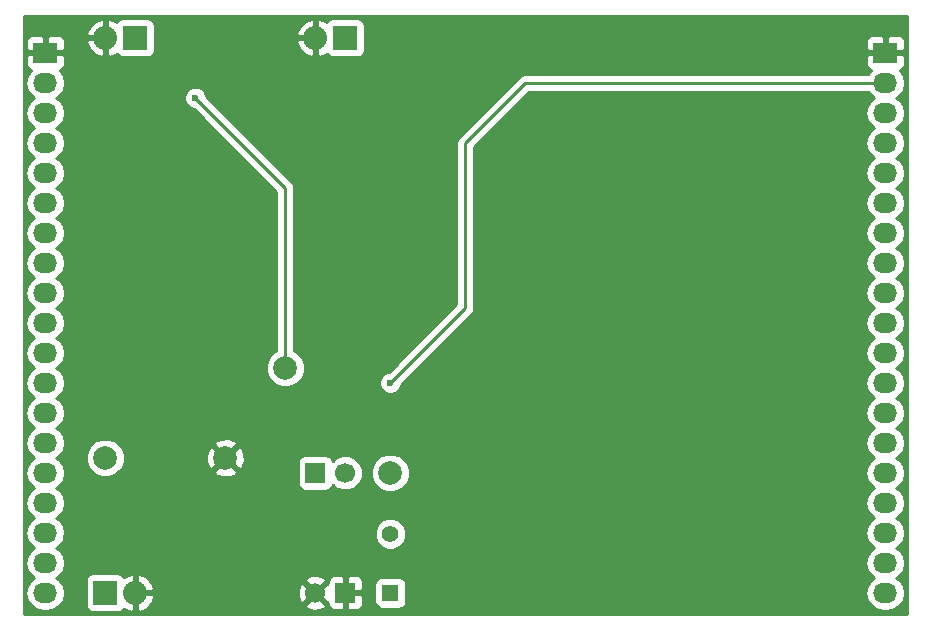
<source format=gbr>
G04 #@! TF.FileFunction,Copper,L2,Bot,Signal*
%FSLAX46Y46*%
G04 Gerber Fmt 4.6, Leading zero omitted, Abs format (unit mm)*
G04 Created by KiCad (PCBNEW 4.0.3+e1-6302~38~ubuntu16.04.1-stable) date Thu Aug 25 17:22:32 2016*
%MOMM*%
%LPD*%
G01*
G04 APERTURE LIST*
%ADD10C,0.100000*%
%ADD11R,1.400000X1.400000*%
%ADD12C,1.400000*%
%ADD13C,1.699260*%
%ADD14R,1.699260X1.699260*%
%ADD15R,2.032000X2.032000*%
%ADD16O,2.032000X2.032000*%
%ADD17C,1.998980*%
%ADD18C,2.000000*%
%ADD19R,2.032000X1.727200*%
%ADD20O,2.032000X1.727200*%
%ADD21C,0.600000*%
%ADD22C,0.250000*%
%ADD23C,0.254000*%
G04 APERTURE END LIST*
D10*
D11*
X102870000Y-124460000D03*
D12*
X102870000Y-119460000D03*
D13*
X96522540Y-124460520D03*
D14*
X96522540Y-114300520D03*
D13*
X99057460Y-114299480D03*
D14*
X99057460Y-124459480D03*
D15*
X78740000Y-124460000D03*
D16*
X81280000Y-124460000D03*
D15*
X81280000Y-77470000D03*
D16*
X78740000Y-77470000D03*
D15*
X99060000Y-77470000D03*
D16*
X96520000Y-77470000D03*
D17*
X78740000Y-113030000D03*
X88900000Y-113030000D03*
D18*
X102870000Y-114300000D03*
X93980000Y-105410000D03*
D19*
X73660000Y-78740000D03*
D20*
X73660000Y-81280000D03*
X73660000Y-83820000D03*
X73660000Y-86360000D03*
X73660000Y-88900000D03*
X73660000Y-91440000D03*
X73660000Y-93980000D03*
X73660000Y-96520000D03*
X73660000Y-99060000D03*
X73660000Y-101600000D03*
X73660000Y-104140000D03*
X73660000Y-106680000D03*
X73660000Y-109220000D03*
X73660000Y-111760000D03*
X73660000Y-114300000D03*
X73660000Y-116840000D03*
X73660000Y-119380000D03*
X73660000Y-121920000D03*
X73660000Y-124460000D03*
D19*
X144780000Y-78740000D03*
D20*
X144780000Y-81280000D03*
X144780000Y-83820000D03*
X144780000Y-86360000D03*
X144780000Y-88900000D03*
X144780000Y-91440000D03*
X144780000Y-93980000D03*
X144780000Y-96520000D03*
X144780000Y-99060000D03*
X144780000Y-101600000D03*
X144780000Y-104140000D03*
X144780000Y-106680000D03*
X144780000Y-109220000D03*
X144780000Y-111760000D03*
X144780000Y-114300000D03*
X144780000Y-116840000D03*
X144780000Y-119380000D03*
X144780000Y-121920000D03*
X144780000Y-124460000D03*
D21*
X86360000Y-82550000D03*
X102870000Y-106680000D03*
D22*
X93980000Y-105410000D02*
X93980000Y-90170000D01*
X93980000Y-90170000D02*
X86360000Y-82550000D01*
X144780000Y-81280000D02*
X114300000Y-81280000D01*
X102870000Y-106680000D02*
X109220000Y-100330000D01*
X109220000Y-100330000D02*
X109220000Y-86360000D01*
X109220000Y-86360000D02*
X114300000Y-81280000D01*
D23*
G36*
X146610000Y-126290000D02*
X71830000Y-126290000D01*
X71830000Y-81280000D01*
X71976655Y-81280000D01*
X72090729Y-81853489D01*
X72415585Y-82339670D01*
X72730366Y-82550000D01*
X72415585Y-82760330D01*
X72090729Y-83246511D01*
X71976655Y-83820000D01*
X72090729Y-84393489D01*
X72415585Y-84879670D01*
X72730366Y-85090000D01*
X72415585Y-85300330D01*
X72090729Y-85786511D01*
X71976655Y-86360000D01*
X72090729Y-86933489D01*
X72415585Y-87419670D01*
X72730366Y-87630000D01*
X72415585Y-87840330D01*
X72090729Y-88326511D01*
X71976655Y-88900000D01*
X72090729Y-89473489D01*
X72415585Y-89959670D01*
X72730366Y-90170000D01*
X72415585Y-90380330D01*
X72090729Y-90866511D01*
X71976655Y-91440000D01*
X72090729Y-92013489D01*
X72415585Y-92499670D01*
X72730366Y-92710000D01*
X72415585Y-92920330D01*
X72090729Y-93406511D01*
X71976655Y-93980000D01*
X72090729Y-94553489D01*
X72415585Y-95039670D01*
X72730366Y-95250000D01*
X72415585Y-95460330D01*
X72090729Y-95946511D01*
X71976655Y-96520000D01*
X72090729Y-97093489D01*
X72415585Y-97579670D01*
X72730366Y-97790000D01*
X72415585Y-98000330D01*
X72090729Y-98486511D01*
X71976655Y-99060000D01*
X72090729Y-99633489D01*
X72415585Y-100119670D01*
X72730366Y-100330000D01*
X72415585Y-100540330D01*
X72090729Y-101026511D01*
X71976655Y-101600000D01*
X72090729Y-102173489D01*
X72415585Y-102659670D01*
X72730366Y-102870000D01*
X72415585Y-103080330D01*
X72090729Y-103566511D01*
X71976655Y-104140000D01*
X72090729Y-104713489D01*
X72415585Y-105199670D01*
X72730366Y-105410000D01*
X72415585Y-105620330D01*
X72090729Y-106106511D01*
X71976655Y-106680000D01*
X72090729Y-107253489D01*
X72415585Y-107739670D01*
X72730366Y-107950000D01*
X72415585Y-108160330D01*
X72090729Y-108646511D01*
X71976655Y-109220000D01*
X72090729Y-109793489D01*
X72415585Y-110279670D01*
X72730366Y-110490000D01*
X72415585Y-110700330D01*
X72090729Y-111186511D01*
X71976655Y-111760000D01*
X72090729Y-112333489D01*
X72415585Y-112819670D01*
X72730366Y-113030000D01*
X72415585Y-113240330D01*
X72090729Y-113726511D01*
X71976655Y-114300000D01*
X72090729Y-114873489D01*
X72415585Y-115359670D01*
X72730366Y-115570000D01*
X72415585Y-115780330D01*
X72090729Y-116266511D01*
X71976655Y-116840000D01*
X72090729Y-117413489D01*
X72415585Y-117899670D01*
X72730366Y-118110000D01*
X72415585Y-118320330D01*
X72090729Y-118806511D01*
X71976655Y-119380000D01*
X72090729Y-119953489D01*
X72415585Y-120439670D01*
X72730366Y-120650000D01*
X72415585Y-120860330D01*
X72090729Y-121346511D01*
X71976655Y-121920000D01*
X72090729Y-122493489D01*
X72415585Y-122979670D01*
X72730366Y-123190000D01*
X72415585Y-123400330D01*
X72090729Y-123886511D01*
X71976655Y-124460000D01*
X72090729Y-125033489D01*
X72415585Y-125519670D01*
X72901766Y-125844526D01*
X73475255Y-125958600D01*
X73844745Y-125958600D01*
X74418234Y-125844526D01*
X74904415Y-125519670D01*
X75229271Y-125033489D01*
X75343345Y-124460000D01*
X75229271Y-123886511D01*
X74933595Y-123444000D01*
X77076560Y-123444000D01*
X77076560Y-125476000D01*
X77120838Y-125711317D01*
X77259910Y-125927441D01*
X77472110Y-126072431D01*
X77724000Y-126123440D01*
X79756000Y-126123440D01*
X79991317Y-126079162D01*
X80207441Y-125940090D01*
X80307856Y-125793128D01*
X80311621Y-125797188D01*
X80897054Y-126065983D01*
X81153000Y-125947367D01*
X81153000Y-124587000D01*
X81407000Y-124587000D01*
X81407000Y-125947367D01*
X81662946Y-126065983D01*
X82248379Y-125797188D01*
X82520043Y-125504210D01*
X95658455Y-125504210D01*
X95738682Y-125755473D01*
X96293907Y-125956870D01*
X96883939Y-125930461D01*
X97306398Y-125755473D01*
X97386625Y-125504210D01*
X96522540Y-124640125D01*
X95658455Y-125504210D01*
X82520043Y-125504210D01*
X82686385Y-125324818D01*
X82885975Y-124842944D01*
X82766836Y-124587000D01*
X81407000Y-124587000D01*
X81153000Y-124587000D01*
X81133000Y-124587000D01*
X81133000Y-124333000D01*
X81153000Y-124333000D01*
X81153000Y-122972633D01*
X81407000Y-122972633D01*
X81407000Y-124333000D01*
X82766836Y-124333000D01*
X82813902Y-124231887D01*
X95026190Y-124231887D01*
X95052599Y-124821919D01*
X95227587Y-125244378D01*
X95478850Y-125324605D01*
X96342935Y-124460520D01*
X96702145Y-124460520D01*
X97566230Y-125324605D01*
X97572830Y-125322498D01*
X97572830Y-125435419D01*
X97669503Y-125668808D01*
X97848131Y-125847437D01*
X98081520Y-125944110D01*
X98771710Y-125944110D01*
X98930460Y-125785360D01*
X98930460Y-124586480D01*
X99184460Y-124586480D01*
X99184460Y-125785360D01*
X99343210Y-125944110D01*
X100033400Y-125944110D01*
X100266789Y-125847437D01*
X100445417Y-125668808D01*
X100542090Y-125435419D01*
X100542090Y-124745230D01*
X100383340Y-124586480D01*
X99184460Y-124586480D01*
X98930460Y-124586480D01*
X98910460Y-124586480D01*
X98910460Y-124332480D01*
X98930460Y-124332480D01*
X98930460Y-123133600D01*
X99184460Y-123133600D01*
X99184460Y-124332480D01*
X100383340Y-124332480D01*
X100542090Y-124173730D01*
X100542090Y-123760000D01*
X101522560Y-123760000D01*
X101522560Y-125160000D01*
X101566838Y-125395317D01*
X101705910Y-125611441D01*
X101918110Y-125756431D01*
X102170000Y-125807440D01*
X103570000Y-125807440D01*
X103805317Y-125763162D01*
X104021441Y-125624090D01*
X104166431Y-125411890D01*
X104217440Y-125160000D01*
X104217440Y-123760000D01*
X104173162Y-123524683D01*
X104034090Y-123308559D01*
X103821890Y-123163569D01*
X103570000Y-123112560D01*
X102170000Y-123112560D01*
X101934683Y-123156838D01*
X101718559Y-123295910D01*
X101573569Y-123508110D01*
X101522560Y-123760000D01*
X100542090Y-123760000D01*
X100542090Y-123483541D01*
X100445417Y-123250152D01*
X100266789Y-123071523D01*
X100033400Y-122974850D01*
X99343210Y-122974850D01*
X99184460Y-123133600D01*
X98930460Y-123133600D01*
X98771710Y-122974850D01*
X98081520Y-122974850D01*
X97848131Y-123071523D01*
X97669503Y-123250152D01*
X97572830Y-123483541D01*
X97572830Y-123598542D01*
X97566230Y-123596435D01*
X96702145Y-124460520D01*
X96342935Y-124460520D01*
X95478850Y-123596435D01*
X95227587Y-123676662D01*
X95026190Y-124231887D01*
X82813902Y-124231887D01*
X82885975Y-124077056D01*
X82686385Y-123595182D01*
X82521008Y-123416830D01*
X95658455Y-123416830D01*
X96522540Y-124280915D01*
X97386625Y-123416830D01*
X97306398Y-123165567D01*
X96751173Y-122964170D01*
X96161141Y-122990579D01*
X95738682Y-123165567D01*
X95658455Y-123416830D01*
X82521008Y-123416830D01*
X82248379Y-123122812D01*
X81662946Y-122854017D01*
X81407000Y-122972633D01*
X81153000Y-122972633D01*
X80897054Y-122854017D01*
X80311621Y-123122812D01*
X80307066Y-123127724D01*
X80220090Y-122992559D01*
X80007890Y-122847569D01*
X79756000Y-122796560D01*
X77724000Y-122796560D01*
X77488683Y-122840838D01*
X77272559Y-122979910D01*
X77127569Y-123192110D01*
X77076560Y-123444000D01*
X74933595Y-123444000D01*
X74904415Y-123400330D01*
X74589634Y-123190000D01*
X74904415Y-122979670D01*
X75229271Y-122493489D01*
X75343345Y-121920000D01*
X75229271Y-121346511D01*
X74904415Y-120860330D01*
X74589634Y-120650000D01*
X74904415Y-120439670D01*
X75229271Y-119953489D01*
X75274842Y-119724383D01*
X101534769Y-119724383D01*
X101737582Y-120215229D01*
X102112796Y-120591098D01*
X102603287Y-120794768D01*
X103134383Y-120795231D01*
X103625229Y-120592418D01*
X104001098Y-120217204D01*
X104204768Y-119726713D01*
X104205231Y-119195617D01*
X104002418Y-118704771D01*
X103627204Y-118328902D01*
X103136713Y-118125232D01*
X102605617Y-118124769D01*
X102114771Y-118327582D01*
X101738902Y-118702796D01*
X101535232Y-119193287D01*
X101534769Y-119724383D01*
X75274842Y-119724383D01*
X75343345Y-119380000D01*
X75229271Y-118806511D01*
X74904415Y-118320330D01*
X74589634Y-118110000D01*
X74904415Y-117899670D01*
X75229271Y-117413489D01*
X75343345Y-116840000D01*
X75229271Y-116266511D01*
X74904415Y-115780330D01*
X74589634Y-115570000D01*
X74904415Y-115359670D01*
X75229271Y-114873489D01*
X75343345Y-114300000D01*
X75229271Y-113726511D01*
X74980163Y-113353694D01*
X77105226Y-113353694D01*
X77353538Y-113954655D01*
X77812927Y-114414846D01*
X78413453Y-114664206D01*
X79063694Y-114664774D01*
X79664655Y-114416462D01*
X79899363Y-114182163D01*
X87927443Y-114182163D01*
X88026042Y-114448965D01*
X88635582Y-114675401D01*
X89285377Y-114651341D01*
X89773958Y-114448965D01*
X89872557Y-114182163D01*
X88900000Y-113209605D01*
X87927443Y-114182163D01*
X79899363Y-114182163D01*
X80124846Y-113957073D01*
X80374206Y-113356547D01*
X80374722Y-112765582D01*
X87254599Y-112765582D01*
X87278659Y-113415377D01*
X87481035Y-113903958D01*
X87747837Y-114002557D01*
X88720395Y-113030000D01*
X89079605Y-113030000D01*
X90052163Y-114002557D01*
X90318965Y-113903958D01*
X90487273Y-113450890D01*
X95025470Y-113450890D01*
X95025470Y-115150150D01*
X95069748Y-115385467D01*
X95208820Y-115601591D01*
X95421020Y-115746581D01*
X95672910Y-115797590D01*
X97372170Y-115797590D01*
X97607487Y-115753312D01*
X97823611Y-115614240D01*
X97968601Y-115402040D01*
X97984073Y-115325637D01*
X98215386Y-115557354D01*
X98760853Y-115783852D01*
X99351476Y-115784368D01*
X99897337Y-115558822D01*
X100315334Y-115141554D01*
X100530326Y-114623795D01*
X101234716Y-114623795D01*
X101483106Y-115224943D01*
X101942637Y-115685278D01*
X102543352Y-115934716D01*
X103193795Y-115935284D01*
X103794943Y-115686894D01*
X104255278Y-115227363D01*
X104504716Y-114626648D01*
X104505284Y-113976205D01*
X104256894Y-113375057D01*
X103797363Y-112914722D01*
X103196648Y-112665284D01*
X102546205Y-112664716D01*
X101945057Y-112913106D01*
X101484722Y-113372637D01*
X101235284Y-113973352D01*
X101234716Y-114623795D01*
X100530326Y-114623795D01*
X100541832Y-114596087D01*
X100542348Y-114005464D01*
X100316802Y-113459603D01*
X99899534Y-113041606D01*
X99354067Y-112815108D01*
X98763444Y-112814592D01*
X98217583Y-113040138D01*
X97985849Y-113271468D01*
X97975332Y-113215573D01*
X97836260Y-112999449D01*
X97624060Y-112854459D01*
X97372170Y-112803450D01*
X95672910Y-112803450D01*
X95437593Y-112847728D01*
X95221469Y-112986800D01*
X95076479Y-113199000D01*
X95025470Y-113450890D01*
X90487273Y-113450890D01*
X90545401Y-113294418D01*
X90521341Y-112644623D01*
X90318965Y-112156042D01*
X90052163Y-112057443D01*
X89079605Y-113030000D01*
X88720395Y-113030000D01*
X87747837Y-112057443D01*
X87481035Y-112156042D01*
X87254599Y-112765582D01*
X80374722Y-112765582D01*
X80374774Y-112706306D01*
X80126462Y-112105345D01*
X79899351Y-111877837D01*
X87927443Y-111877837D01*
X88900000Y-112850395D01*
X89872557Y-111877837D01*
X89773958Y-111611035D01*
X89164418Y-111384599D01*
X88514623Y-111408659D01*
X88026042Y-111611035D01*
X87927443Y-111877837D01*
X79899351Y-111877837D01*
X79667073Y-111645154D01*
X79066547Y-111395794D01*
X78416306Y-111395226D01*
X77815345Y-111643538D01*
X77355154Y-112102927D01*
X77105794Y-112703453D01*
X77105226Y-113353694D01*
X74980163Y-113353694D01*
X74904415Y-113240330D01*
X74589634Y-113030000D01*
X74904415Y-112819670D01*
X75229271Y-112333489D01*
X75343345Y-111760000D01*
X75229271Y-111186511D01*
X74904415Y-110700330D01*
X74589634Y-110490000D01*
X74904415Y-110279670D01*
X75229271Y-109793489D01*
X75343345Y-109220000D01*
X75229271Y-108646511D01*
X74904415Y-108160330D01*
X74589634Y-107950000D01*
X74904415Y-107739670D01*
X75229271Y-107253489D01*
X75343345Y-106680000D01*
X75229271Y-106106511D01*
X74904415Y-105620330D01*
X74589634Y-105410000D01*
X74904415Y-105199670D01*
X75229271Y-104713489D01*
X75343345Y-104140000D01*
X75229271Y-103566511D01*
X74904415Y-103080330D01*
X74589634Y-102870000D01*
X74904415Y-102659670D01*
X75229271Y-102173489D01*
X75343345Y-101600000D01*
X75229271Y-101026511D01*
X74904415Y-100540330D01*
X74589634Y-100330000D01*
X74904415Y-100119670D01*
X75229271Y-99633489D01*
X75343345Y-99060000D01*
X75229271Y-98486511D01*
X74904415Y-98000330D01*
X74589634Y-97790000D01*
X74904415Y-97579670D01*
X75229271Y-97093489D01*
X75343345Y-96520000D01*
X75229271Y-95946511D01*
X74904415Y-95460330D01*
X74589634Y-95250000D01*
X74904415Y-95039670D01*
X75229271Y-94553489D01*
X75343345Y-93980000D01*
X75229271Y-93406511D01*
X74904415Y-92920330D01*
X74589634Y-92710000D01*
X74904415Y-92499670D01*
X75229271Y-92013489D01*
X75343345Y-91440000D01*
X75229271Y-90866511D01*
X74904415Y-90380330D01*
X74589634Y-90170000D01*
X74904415Y-89959670D01*
X75229271Y-89473489D01*
X75343345Y-88900000D01*
X75229271Y-88326511D01*
X74904415Y-87840330D01*
X74589634Y-87630000D01*
X74904415Y-87419670D01*
X75229271Y-86933489D01*
X75343345Y-86360000D01*
X75229271Y-85786511D01*
X74904415Y-85300330D01*
X74589634Y-85090000D01*
X74904415Y-84879670D01*
X75229271Y-84393489D01*
X75343345Y-83820000D01*
X75229271Y-83246511D01*
X74904415Y-82760330D01*
X74866756Y-82735167D01*
X85424838Y-82735167D01*
X85566883Y-83078943D01*
X85829673Y-83342192D01*
X86173201Y-83484838D01*
X86220077Y-83484879D01*
X93220000Y-90484802D01*
X93220000Y-103954953D01*
X93055057Y-104023106D01*
X92594722Y-104482637D01*
X92345284Y-105083352D01*
X92344716Y-105733795D01*
X92593106Y-106334943D01*
X93052637Y-106795278D01*
X93653352Y-107044716D01*
X94303795Y-107045284D01*
X94739710Y-106865167D01*
X101934838Y-106865167D01*
X102076883Y-107208943D01*
X102339673Y-107472192D01*
X102683201Y-107614838D01*
X103055167Y-107615162D01*
X103398943Y-107473117D01*
X103662192Y-107210327D01*
X103804838Y-106866799D01*
X103804879Y-106819923D01*
X109757401Y-100867401D01*
X109922148Y-100620839D01*
X109980000Y-100330000D01*
X109980000Y-86674802D01*
X114614802Y-82040000D01*
X143335352Y-82040000D01*
X143535585Y-82339670D01*
X143850366Y-82550000D01*
X143535585Y-82760330D01*
X143210729Y-83246511D01*
X143096655Y-83820000D01*
X143210729Y-84393489D01*
X143535585Y-84879670D01*
X143850366Y-85090000D01*
X143535585Y-85300330D01*
X143210729Y-85786511D01*
X143096655Y-86360000D01*
X143210729Y-86933489D01*
X143535585Y-87419670D01*
X143850366Y-87630000D01*
X143535585Y-87840330D01*
X143210729Y-88326511D01*
X143096655Y-88900000D01*
X143210729Y-89473489D01*
X143535585Y-89959670D01*
X143850366Y-90170000D01*
X143535585Y-90380330D01*
X143210729Y-90866511D01*
X143096655Y-91440000D01*
X143210729Y-92013489D01*
X143535585Y-92499670D01*
X143850366Y-92710000D01*
X143535585Y-92920330D01*
X143210729Y-93406511D01*
X143096655Y-93980000D01*
X143210729Y-94553489D01*
X143535585Y-95039670D01*
X143850366Y-95250000D01*
X143535585Y-95460330D01*
X143210729Y-95946511D01*
X143096655Y-96520000D01*
X143210729Y-97093489D01*
X143535585Y-97579670D01*
X143850366Y-97790000D01*
X143535585Y-98000330D01*
X143210729Y-98486511D01*
X143096655Y-99060000D01*
X143210729Y-99633489D01*
X143535585Y-100119670D01*
X143850366Y-100330000D01*
X143535585Y-100540330D01*
X143210729Y-101026511D01*
X143096655Y-101600000D01*
X143210729Y-102173489D01*
X143535585Y-102659670D01*
X143850366Y-102870000D01*
X143535585Y-103080330D01*
X143210729Y-103566511D01*
X143096655Y-104140000D01*
X143210729Y-104713489D01*
X143535585Y-105199670D01*
X143850366Y-105410000D01*
X143535585Y-105620330D01*
X143210729Y-106106511D01*
X143096655Y-106680000D01*
X143210729Y-107253489D01*
X143535585Y-107739670D01*
X143850366Y-107950000D01*
X143535585Y-108160330D01*
X143210729Y-108646511D01*
X143096655Y-109220000D01*
X143210729Y-109793489D01*
X143535585Y-110279670D01*
X143850366Y-110490000D01*
X143535585Y-110700330D01*
X143210729Y-111186511D01*
X143096655Y-111760000D01*
X143210729Y-112333489D01*
X143535585Y-112819670D01*
X143850366Y-113030000D01*
X143535585Y-113240330D01*
X143210729Y-113726511D01*
X143096655Y-114300000D01*
X143210729Y-114873489D01*
X143535585Y-115359670D01*
X143850366Y-115570000D01*
X143535585Y-115780330D01*
X143210729Y-116266511D01*
X143096655Y-116840000D01*
X143210729Y-117413489D01*
X143535585Y-117899670D01*
X143850366Y-118110000D01*
X143535585Y-118320330D01*
X143210729Y-118806511D01*
X143096655Y-119380000D01*
X143210729Y-119953489D01*
X143535585Y-120439670D01*
X143850366Y-120650000D01*
X143535585Y-120860330D01*
X143210729Y-121346511D01*
X143096655Y-121920000D01*
X143210729Y-122493489D01*
X143535585Y-122979670D01*
X143850366Y-123190000D01*
X143535585Y-123400330D01*
X143210729Y-123886511D01*
X143096655Y-124460000D01*
X143210729Y-125033489D01*
X143535585Y-125519670D01*
X144021766Y-125844526D01*
X144595255Y-125958600D01*
X144964745Y-125958600D01*
X145538234Y-125844526D01*
X146024415Y-125519670D01*
X146349271Y-125033489D01*
X146463345Y-124460000D01*
X146349271Y-123886511D01*
X146024415Y-123400330D01*
X145709634Y-123190000D01*
X146024415Y-122979670D01*
X146349271Y-122493489D01*
X146463345Y-121920000D01*
X146349271Y-121346511D01*
X146024415Y-120860330D01*
X145709634Y-120650000D01*
X146024415Y-120439670D01*
X146349271Y-119953489D01*
X146463345Y-119380000D01*
X146349271Y-118806511D01*
X146024415Y-118320330D01*
X145709634Y-118110000D01*
X146024415Y-117899670D01*
X146349271Y-117413489D01*
X146463345Y-116840000D01*
X146349271Y-116266511D01*
X146024415Y-115780330D01*
X145709634Y-115570000D01*
X146024415Y-115359670D01*
X146349271Y-114873489D01*
X146463345Y-114300000D01*
X146349271Y-113726511D01*
X146024415Y-113240330D01*
X145709634Y-113030000D01*
X146024415Y-112819670D01*
X146349271Y-112333489D01*
X146463345Y-111760000D01*
X146349271Y-111186511D01*
X146024415Y-110700330D01*
X145709634Y-110490000D01*
X146024415Y-110279670D01*
X146349271Y-109793489D01*
X146463345Y-109220000D01*
X146349271Y-108646511D01*
X146024415Y-108160330D01*
X145709634Y-107950000D01*
X146024415Y-107739670D01*
X146349271Y-107253489D01*
X146463345Y-106680000D01*
X146349271Y-106106511D01*
X146024415Y-105620330D01*
X145709634Y-105410000D01*
X146024415Y-105199670D01*
X146349271Y-104713489D01*
X146463345Y-104140000D01*
X146349271Y-103566511D01*
X146024415Y-103080330D01*
X145709634Y-102870000D01*
X146024415Y-102659670D01*
X146349271Y-102173489D01*
X146463345Y-101600000D01*
X146349271Y-101026511D01*
X146024415Y-100540330D01*
X145709634Y-100330000D01*
X146024415Y-100119670D01*
X146349271Y-99633489D01*
X146463345Y-99060000D01*
X146349271Y-98486511D01*
X146024415Y-98000330D01*
X145709634Y-97790000D01*
X146024415Y-97579670D01*
X146349271Y-97093489D01*
X146463345Y-96520000D01*
X146349271Y-95946511D01*
X146024415Y-95460330D01*
X145709634Y-95250000D01*
X146024415Y-95039670D01*
X146349271Y-94553489D01*
X146463345Y-93980000D01*
X146349271Y-93406511D01*
X146024415Y-92920330D01*
X145709634Y-92710000D01*
X146024415Y-92499670D01*
X146349271Y-92013489D01*
X146463345Y-91440000D01*
X146349271Y-90866511D01*
X146024415Y-90380330D01*
X145709634Y-90170000D01*
X146024415Y-89959670D01*
X146349271Y-89473489D01*
X146463345Y-88900000D01*
X146349271Y-88326511D01*
X146024415Y-87840330D01*
X145709634Y-87630000D01*
X146024415Y-87419670D01*
X146349271Y-86933489D01*
X146463345Y-86360000D01*
X146349271Y-85786511D01*
X146024415Y-85300330D01*
X145709634Y-85090000D01*
X146024415Y-84879670D01*
X146349271Y-84393489D01*
X146463345Y-83820000D01*
X146349271Y-83246511D01*
X146024415Y-82760330D01*
X145709634Y-82550000D01*
X146024415Y-82339670D01*
X146349271Y-81853489D01*
X146463345Y-81280000D01*
X146349271Y-80706511D01*
X146024415Y-80220330D01*
X146002220Y-80205500D01*
X146155699Y-80141927D01*
X146334327Y-79963298D01*
X146431000Y-79729909D01*
X146431000Y-79025750D01*
X146272250Y-78867000D01*
X144907000Y-78867000D01*
X144907000Y-78887000D01*
X144653000Y-78887000D01*
X144653000Y-78867000D01*
X143287750Y-78867000D01*
X143129000Y-79025750D01*
X143129000Y-79729909D01*
X143225673Y-79963298D01*
X143404301Y-80141927D01*
X143557780Y-80205500D01*
X143535585Y-80220330D01*
X143335352Y-80520000D01*
X114300000Y-80520000D01*
X114009161Y-80577852D01*
X113762599Y-80742599D01*
X108682599Y-85822599D01*
X108517852Y-86069161D01*
X108460000Y-86360000D01*
X108460000Y-100015198D01*
X102730320Y-105744878D01*
X102684833Y-105744838D01*
X102341057Y-105886883D01*
X102077808Y-106149673D01*
X101935162Y-106493201D01*
X101934838Y-106865167D01*
X94739710Y-106865167D01*
X94904943Y-106796894D01*
X95365278Y-106337363D01*
X95614716Y-105736648D01*
X95615284Y-105086205D01*
X95366894Y-104485057D01*
X94907363Y-104024722D01*
X94740000Y-103955227D01*
X94740000Y-90170000D01*
X94717219Y-90055474D01*
X94682148Y-89879160D01*
X94517401Y-89632599D01*
X87295122Y-82410320D01*
X87295162Y-82364833D01*
X87153117Y-82021057D01*
X86890327Y-81757808D01*
X86546799Y-81615162D01*
X86174833Y-81614838D01*
X85831057Y-81756883D01*
X85567808Y-82019673D01*
X85425162Y-82363201D01*
X85424838Y-82735167D01*
X74866756Y-82735167D01*
X74589634Y-82550000D01*
X74904415Y-82339670D01*
X75229271Y-81853489D01*
X75343345Y-81280000D01*
X75229271Y-80706511D01*
X74904415Y-80220330D01*
X74882220Y-80205500D01*
X75035699Y-80141927D01*
X75214327Y-79963298D01*
X75311000Y-79729909D01*
X75311000Y-79025750D01*
X75152250Y-78867000D01*
X73787000Y-78867000D01*
X73787000Y-78887000D01*
X73533000Y-78887000D01*
X73533000Y-78867000D01*
X72167750Y-78867000D01*
X72009000Y-79025750D01*
X72009000Y-79729909D01*
X72105673Y-79963298D01*
X72284301Y-80141927D01*
X72437780Y-80205500D01*
X72415585Y-80220330D01*
X72090729Y-80706511D01*
X71976655Y-81280000D01*
X71830000Y-81280000D01*
X71830000Y-77750091D01*
X72009000Y-77750091D01*
X72009000Y-78454250D01*
X72167750Y-78613000D01*
X73533000Y-78613000D01*
X73533000Y-77400150D01*
X73787000Y-77400150D01*
X73787000Y-78613000D01*
X75152250Y-78613000D01*
X75311000Y-78454250D01*
X75311000Y-77852944D01*
X77134025Y-77852944D01*
X77333615Y-78334818D01*
X77771621Y-78807188D01*
X78357054Y-79075983D01*
X78613000Y-78957367D01*
X78613000Y-77597000D01*
X77253164Y-77597000D01*
X77134025Y-77852944D01*
X75311000Y-77852944D01*
X75311000Y-77750091D01*
X75214327Y-77516702D01*
X75035699Y-77338073D01*
X74802310Y-77241400D01*
X73945750Y-77241400D01*
X73787000Y-77400150D01*
X73533000Y-77400150D01*
X73374250Y-77241400D01*
X72517690Y-77241400D01*
X72284301Y-77338073D01*
X72105673Y-77516702D01*
X72009000Y-77750091D01*
X71830000Y-77750091D01*
X71830000Y-77087056D01*
X77134025Y-77087056D01*
X77253164Y-77343000D01*
X78613000Y-77343000D01*
X78613000Y-75982633D01*
X78867000Y-75982633D01*
X78867000Y-77343000D01*
X78887000Y-77343000D01*
X78887000Y-77597000D01*
X78867000Y-77597000D01*
X78867000Y-78957367D01*
X79122946Y-79075983D01*
X79708379Y-78807188D01*
X79712934Y-78802276D01*
X79799910Y-78937441D01*
X80012110Y-79082431D01*
X80264000Y-79133440D01*
X82296000Y-79133440D01*
X82531317Y-79089162D01*
X82747441Y-78950090D01*
X82892431Y-78737890D01*
X82943440Y-78486000D01*
X82943440Y-77852944D01*
X94914025Y-77852944D01*
X95113615Y-78334818D01*
X95551621Y-78807188D01*
X96137054Y-79075983D01*
X96393000Y-78957367D01*
X96393000Y-77597000D01*
X95033164Y-77597000D01*
X94914025Y-77852944D01*
X82943440Y-77852944D01*
X82943440Y-77087056D01*
X94914025Y-77087056D01*
X95033164Y-77343000D01*
X96393000Y-77343000D01*
X96393000Y-75982633D01*
X96647000Y-75982633D01*
X96647000Y-77343000D01*
X96667000Y-77343000D01*
X96667000Y-77597000D01*
X96647000Y-77597000D01*
X96647000Y-78957367D01*
X96902946Y-79075983D01*
X97488379Y-78807188D01*
X97492934Y-78802276D01*
X97579910Y-78937441D01*
X97792110Y-79082431D01*
X98044000Y-79133440D01*
X100076000Y-79133440D01*
X100311317Y-79089162D01*
X100527441Y-78950090D01*
X100672431Y-78737890D01*
X100723440Y-78486000D01*
X100723440Y-77750091D01*
X143129000Y-77750091D01*
X143129000Y-78454250D01*
X143287750Y-78613000D01*
X144653000Y-78613000D01*
X144653000Y-77400150D01*
X144907000Y-77400150D01*
X144907000Y-78613000D01*
X146272250Y-78613000D01*
X146431000Y-78454250D01*
X146431000Y-77750091D01*
X146334327Y-77516702D01*
X146155699Y-77338073D01*
X145922310Y-77241400D01*
X145065750Y-77241400D01*
X144907000Y-77400150D01*
X144653000Y-77400150D01*
X144494250Y-77241400D01*
X143637690Y-77241400D01*
X143404301Y-77338073D01*
X143225673Y-77516702D01*
X143129000Y-77750091D01*
X100723440Y-77750091D01*
X100723440Y-76454000D01*
X100679162Y-76218683D01*
X100540090Y-76002559D01*
X100327890Y-75857569D01*
X100076000Y-75806560D01*
X98044000Y-75806560D01*
X97808683Y-75850838D01*
X97592559Y-75989910D01*
X97492144Y-76136872D01*
X97488379Y-76132812D01*
X96902946Y-75864017D01*
X96647000Y-75982633D01*
X96393000Y-75982633D01*
X96137054Y-75864017D01*
X95551621Y-76132812D01*
X95113615Y-76605182D01*
X94914025Y-77087056D01*
X82943440Y-77087056D01*
X82943440Y-76454000D01*
X82899162Y-76218683D01*
X82760090Y-76002559D01*
X82547890Y-75857569D01*
X82296000Y-75806560D01*
X80264000Y-75806560D01*
X80028683Y-75850838D01*
X79812559Y-75989910D01*
X79712144Y-76136872D01*
X79708379Y-76132812D01*
X79122946Y-75864017D01*
X78867000Y-75982633D01*
X78613000Y-75982633D01*
X78357054Y-75864017D01*
X77771621Y-76132812D01*
X77333615Y-76605182D01*
X77134025Y-77087056D01*
X71830000Y-77087056D01*
X71830000Y-75640000D01*
X146610000Y-75640000D01*
X146610000Y-126290000D01*
X146610000Y-126290000D01*
G37*
X146610000Y-126290000D02*
X71830000Y-126290000D01*
X71830000Y-81280000D01*
X71976655Y-81280000D01*
X72090729Y-81853489D01*
X72415585Y-82339670D01*
X72730366Y-82550000D01*
X72415585Y-82760330D01*
X72090729Y-83246511D01*
X71976655Y-83820000D01*
X72090729Y-84393489D01*
X72415585Y-84879670D01*
X72730366Y-85090000D01*
X72415585Y-85300330D01*
X72090729Y-85786511D01*
X71976655Y-86360000D01*
X72090729Y-86933489D01*
X72415585Y-87419670D01*
X72730366Y-87630000D01*
X72415585Y-87840330D01*
X72090729Y-88326511D01*
X71976655Y-88900000D01*
X72090729Y-89473489D01*
X72415585Y-89959670D01*
X72730366Y-90170000D01*
X72415585Y-90380330D01*
X72090729Y-90866511D01*
X71976655Y-91440000D01*
X72090729Y-92013489D01*
X72415585Y-92499670D01*
X72730366Y-92710000D01*
X72415585Y-92920330D01*
X72090729Y-93406511D01*
X71976655Y-93980000D01*
X72090729Y-94553489D01*
X72415585Y-95039670D01*
X72730366Y-95250000D01*
X72415585Y-95460330D01*
X72090729Y-95946511D01*
X71976655Y-96520000D01*
X72090729Y-97093489D01*
X72415585Y-97579670D01*
X72730366Y-97790000D01*
X72415585Y-98000330D01*
X72090729Y-98486511D01*
X71976655Y-99060000D01*
X72090729Y-99633489D01*
X72415585Y-100119670D01*
X72730366Y-100330000D01*
X72415585Y-100540330D01*
X72090729Y-101026511D01*
X71976655Y-101600000D01*
X72090729Y-102173489D01*
X72415585Y-102659670D01*
X72730366Y-102870000D01*
X72415585Y-103080330D01*
X72090729Y-103566511D01*
X71976655Y-104140000D01*
X72090729Y-104713489D01*
X72415585Y-105199670D01*
X72730366Y-105410000D01*
X72415585Y-105620330D01*
X72090729Y-106106511D01*
X71976655Y-106680000D01*
X72090729Y-107253489D01*
X72415585Y-107739670D01*
X72730366Y-107950000D01*
X72415585Y-108160330D01*
X72090729Y-108646511D01*
X71976655Y-109220000D01*
X72090729Y-109793489D01*
X72415585Y-110279670D01*
X72730366Y-110490000D01*
X72415585Y-110700330D01*
X72090729Y-111186511D01*
X71976655Y-111760000D01*
X72090729Y-112333489D01*
X72415585Y-112819670D01*
X72730366Y-113030000D01*
X72415585Y-113240330D01*
X72090729Y-113726511D01*
X71976655Y-114300000D01*
X72090729Y-114873489D01*
X72415585Y-115359670D01*
X72730366Y-115570000D01*
X72415585Y-115780330D01*
X72090729Y-116266511D01*
X71976655Y-116840000D01*
X72090729Y-117413489D01*
X72415585Y-117899670D01*
X72730366Y-118110000D01*
X72415585Y-118320330D01*
X72090729Y-118806511D01*
X71976655Y-119380000D01*
X72090729Y-119953489D01*
X72415585Y-120439670D01*
X72730366Y-120650000D01*
X72415585Y-120860330D01*
X72090729Y-121346511D01*
X71976655Y-121920000D01*
X72090729Y-122493489D01*
X72415585Y-122979670D01*
X72730366Y-123190000D01*
X72415585Y-123400330D01*
X72090729Y-123886511D01*
X71976655Y-124460000D01*
X72090729Y-125033489D01*
X72415585Y-125519670D01*
X72901766Y-125844526D01*
X73475255Y-125958600D01*
X73844745Y-125958600D01*
X74418234Y-125844526D01*
X74904415Y-125519670D01*
X75229271Y-125033489D01*
X75343345Y-124460000D01*
X75229271Y-123886511D01*
X74933595Y-123444000D01*
X77076560Y-123444000D01*
X77076560Y-125476000D01*
X77120838Y-125711317D01*
X77259910Y-125927441D01*
X77472110Y-126072431D01*
X77724000Y-126123440D01*
X79756000Y-126123440D01*
X79991317Y-126079162D01*
X80207441Y-125940090D01*
X80307856Y-125793128D01*
X80311621Y-125797188D01*
X80897054Y-126065983D01*
X81153000Y-125947367D01*
X81153000Y-124587000D01*
X81407000Y-124587000D01*
X81407000Y-125947367D01*
X81662946Y-126065983D01*
X82248379Y-125797188D01*
X82520043Y-125504210D01*
X95658455Y-125504210D01*
X95738682Y-125755473D01*
X96293907Y-125956870D01*
X96883939Y-125930461D01*
X97306398Y-125755473D01*
X97386625Y-125504210D01*
X96522540Y-124640125D01*
X95658455Y-125504210D01*
X82520043Y-125504210D01*
X82686385Y-125324818D01*
X82885975Y-124842944D01*
X82766836Y-124587000D01*
X81407000Y-124587000D01*
X81153000Y-124587000D01*
X81133000Y-124587000D01*
X81133000Y-124333000D01*
X81153000Y-124333000D01*
X81153000Y-122972633D01*
X81407000Y-122972633D01*
X81407000Y-124333000D01*
X82766836Y-124333000D01*
X82813902Y-124231887D01*
X95026190Y-124231887D01*
X95052599Y-124821919D01*
X95227587Y-125244378D01*
X95478850Y-125324605D01*
X96342935Y-124460520D01*
X96702145Y-124460520D01*
X97566230Y-125324605D01*
X97572830Y-125322498D01*
X97572830Y-125435419D01*
X97669503Y-125668808D01*
X97848131Y-125847437D01*
X98081520Y-125944110D01*
X98771710Y-125944110D01*
X98930460Y-125785360D01*
X98930460Y-124586480D01*
X99184460Y-124586480D01*
X99184460Y-125785360D01*
X99343210Y-125944110D01*
X100033400Y-125944110D01*
X100266789Y-125847437D01*
X100445417Y-125668808D01*
X100542090Y-125435419D01*
X100542090Y-124745230D01*
X100383340Y-124586480D01*
X99184460Y-124586480D01*
X98930460Y-124586480D01*
X98910460Y-124586480D01*
X98910460Y-124332480D01*
X98930460Y-124332480D01*
X98930460Y-123133600D01*
X99184460Y-123133600D01*
X99184460Y-124332480D01*
X100383340Y-124332480D01*
X100542090Y-124173730D01*
X100542090Y-123760000D01*
X101522560Y-123760000D01*
X101522560Y-125160000D01*
X101566838Y-125395317D01*
X101705910Y-125611441D01*
X101918110Y-125756431D01*
X102170000Y-125807440D01*
X103570000Y-125807440D01*
X103805317Y-125763162D01*
X104021441Y-125624090D01*
X104166431Y-125411890D01*
X104217440Y-125160000D01*
X104217440Y-123760000D01*
X104173162Y-123524683D01*
X104034090Y-123308559D01*
X103821890Y-123163569D01*
X103570000Y-123112560D01*
X102170000Y-123112560D01*
X101934683Y-123156838D01*
X101718559Y-123295910D01*
X101573569Y-123508110D01*
X101522560Y-123760000D01*
X100542090Y-123760000D01*
X100542090Y-123483541D01*
X100445417Y-123250152D01*
X100266789Y-123071523D01*
X100033400Y-122974850D01*
X99343210Y-122974850D01*
X99184460Y-123133600D01*
X98930460Y-123133600D01*
X98771710Y-122974850D01*
X98081520Y-122974850D01*
X97848131Y-123071523D01*
X97669503Y-123250152D01*
X97572830Y-123483541D01*
X97572830Y-123598542D01*
X97566230Y-123596435D01*
X96702145Y-124460520D01*
X96342935Y-124460520D01*
X95478850Y-123596435D01*
X95227587Y-123676662D01*
X95026190Y-124231887D01*
X82813902Y-124231887D01*
X82885975Y-124077056D01*
X82686385Y-123595182D01*
X82521008Y-123416830D01*
X95658455Y-123416830D01*
X96522540Y-124280915D01*
X97386625Y-123416830D01*
X97306398Y-123165567D01*
X96751173Y-122964170D01*
X96161141Y-122990579D01*
X95738682Y-123165567D01*
X95658455Y-123416830D01*
X82521008Y-123416830D01*
X82248379Y-123122812D01*
X81662946Y-122854017D01*
X81407000Y-122972633D01*
X81153000Y-122972633D01*
X80897054Y-122854017D01*
X80311621Y-123122812D01*
X80307066Y-123127724D01*
X80220090Y-122992559D01*
X80007890Y-122847569D01*
X79756000Y-122796560D01*
X77724000Y-122796560D01*
X77488683Y-122840838D01*
X77272559Y-122979910D01*
X77127569Y-123192110D01*
X77076560Y-123444000D01*
X74933595Y-123444000D01*
X74904415Y-123400330D01*
X74589634Y-123190000D01*
X74904415Y-122979670D01*
X75229271Y-122493489D01*
X75343345Y-121920000D01*
X75229271Y-121346511D01*
X74904415Y-120860330D01*
X74589634Y-120650000D01*
X74904415Y-120439670D01*
X75229271Y-119953489D01*
X75274842Y-119724383D01*
X101534769Y-119724383D01*
X101737582Y-120215229D01*
X102112796Y-120591098D01*
X102603287Y-120794768D01*
X103134383Y-120795231D01*
X103625229Y-120592418D01*
X104001098Y-120217204D01*
X104204768Y-119726713D01*
X104205231Y-119195617D01*
X104002418Y-118704771D01*
X103627204Y-118328902D01*
X103136713Y-118125232D01*
X102605617Y-118124769D01*
X102114771Y-118327582D01*
X101738902Y-118702796D01*
X101535232Y-119193287D01*
X101534769Y-119724383D01*
X75274842Y-119724383D01*
X75343345Y-119380000D01*
X75229271Y-118806511D01*
X74904415Y-118320330D01*
X74589634Y-118110000D01*
X74904415Y-117899670D01*
X75229271Y-117413489D01*
X75343345Y-116840000D01*
X75229271Y-116266511D01*
X74904415Y-115780330D01*
X74589634Y-115570000D01*
X74904415Y-115359670D01*
X75229271Y-114873489D01*
X75343345Y-114300000D01*
X75229271Y-113726511D01*
X74980163Y-113353694D01*
X77105226Y-113353694D01*
X77353538Y-113954655D01*
X77812927Y-114414846D01*
X78413453Y-114664206D01*
X79063694Y-114664774D01*
X79664655Y-114416462D01*
X79899363Y-114182163D01*
X87927443Y-114182163D01*
X88026042Y-114448965D01*
X88635582Y-114675401D01*
X89285377Y-114651341D01*
X89773958Y-114448965D01*
X89872557Y-114182163D01*
X88900000Y-113209605D01*
X87927443Y-114182163D01*
X79899363Y-114182163D01*
X80124846Y-113957073D01*
X80374206Y-113356547D01*
X80374722Y-112765582D01*
X87254599Y-112765582D01*
X87278659Y-113415377D01*
X87481035Y-113903958D01*
X87747837Y-114002557D01*
X88720395Y-113030000D01*
X89079605Y-113030000D01*
X90052163Y-114002557D01*
X90318965Y-113903958D01*
X90487273Y-113450890D01*
X95025470Y-113450890D01*
X95025470Y-115150150D01*
X95069748Y-115385467D01*
X95208820Y-115601591D01*
X95421020Y-115746581D01*
X95672910Y-115797590D01*
X97372170Y-115797590D01*
X97607487Y-115753312D01*
X97823611Y-115614240D01*
X97968601Y-115402040D01*
X97984073Y-115325637D01*
X98215386Y-115557354D01*
X98760853Y-115783852D01*
X99351476Y-115784368D01*
X99897337Y-115558822D01*
X100315334Y-115141554D01*
X100530326Y-114623795D01*
X101234716Y-114623795D01*
X101483106Y-115224943D01*
X101942637Y-115685278D01*
X102543352Y-115934716D01*
X103193795Y-115935284D01*
X103794943Y-115686894D01*
X104255278Y-115227363D01*
X104504716Y-114626648D01*
X104505284Y-113976205D01*
X104256894Y-113375057D01*
X103797363Y-112914722D01*
X103196648Y-112665284D01*
X102546205Y-112664716D01*
X101945057Y-112913106D01*
X101484722Y-113372637D01*
X101235284Y-113973352D01*
X101234716Y-114623795D01*
X100530326Y-114623795D01*
X100541832Y-114596087D01*
X100542348Y-114005464D01*
X100316802Y-113459603D01*
X99899534Y-113041606D01*
X99354067Y-112815108D01*
X98763444Y-112814592D01*
X98217583Y-113040138D01*
X97985849Y-113271468D01*
X97975332Y-113215573D01*
X97836260Y-112999449D01*
X97624060Y-112854459D01*
X97372170Y-112803450D01*
X95672910Y-112803450D01*
X95437593Y-112847728D01*
X95221469Y-112986800D01*
X95076479Y-113199000D01*
X95025470Y-113450890D01*
X90487273Y-113450890D01*
X90545401Y-113294418D01*
X90521341Y-112644623D01*
X90318965Y-112156042D01*
X90052163Y-112057443D01*
X89079605Y-113030000D01*
X88720395Y-113030000D01*
X87747837Y-112057443D01*
X87481035Y-112156042D01*
X87254599Y-112765582D01*
X80374722Y-112765582D01*
X80374774Y-112706306D01*
X80126462Y-112105345D01*
X79899351Y-111877837D01*
X87927443Y-111877837D01*
X88900000Y-112850395D01*
X89872557Y-111877837D01*
X89773958Y-111611035D01*
X89164418Y-111384599D01*
X88514623Y-111408659D01*
X88026042Y-111611035D01*
X87927443Y-111877837D01*
X79899351Y-111877837D01*
X79667073Y-111645154D01*
X79066547Y-111395794D01*
X78416306Y-111395226D01*
X77815345Y-111643538D01*
X77355154Y-112102927D01*
X77105794Y-112703453D01*
X77105226Y-113353694D01*
X74980163Y-113353694D01*
X74904415Y-113240330D01*
X74589634Y-113030000D01*
X74904415Y-112819670D01*
X75229271Y-112333489D01*
X75343345Y-111760000D01*
X75229271Y-111186511D01*
X74904415Y-110700330D01*
X74589634Y-110490000D01*
X74904415Y-110279670D01*
X75229271Y-109793489D01*
X75343345Y-109220000D01*
X75229271Y-108646511D01*
X74904415Y-108160330D01*
X74589634Y-107950000D01*
X74904415Y-107739670D01*
X75229271Y-107253489D01*
X75343345Y-106680000D01*
X75229271Y-106106511D01*
X74904415Y-105620330D01*
X74589634Y-105410000D01*
X74904415Y-105199670D01*
X75229271Y-104713489D01*
X75343345Y-104140000D01*
X75229271Y-103566511D01*
X74904415Y-103080330D01*
X74589634Y-102870000D01*
X74904415Y-102659670D01*
X75229271Y-102173489D01*
X75343345Y-101600000D01*
X75229271Y-101026511D01*
X74904415Y-100540330D01*
X74589634Y-100330000D01*
X74904415Y-100119670D01*
X75229271Y-99633489D01*
X75343345Y-99060000D01*
X75229271Y-98486511D01*
X74904415Y-98000330D01*
X74589634Y-97790000D01*
X74904415Y-97579670D01*
X75229271Y-97093489D01*
X75343345Y-96520000D01*
X75229271Y-95946511D01*
X74904415Y-95460330D01*
X74589634Y-95250000D01*
X74904415Y-95039670D01*
X75229271Y-94553489D01*
X75343345Y-93980000D01*
X75229271Y-93406511D01*
X74904415Y-92920330D01*
X74589634Y-92710000D01*
X74904415Y-92499670D01*
X75229271Y-92013489D01*
X75343345Y-91440000D01*
X75229271Y-90866511D01*
X74904415Y-90380330D01*
X74589634Y-90170000D01*
X74904415Y-89959670D01*
X75229271Y-89473489D01*
X75343345Y-88900000D01*
X75229271Y-88326511D01*
X74904415Y-87840330D01*
X74589634Y-87630000D01*
X74904415Y-87419670D01*
X75229271Y-86933489D01*
X75343345Y-86360000D01*
X75229271Y-85786511D01*
X74904415Y-85300330D01*
X74589634Y-85090000D01*
X74904415Y-84879670D01*
X75229271Y-84393489D01*
X75343345Y-83820000D01*
X75229271Y-83246511D01*
X74904415Y-82760330D01*
X74866756Y-82735167D01*
X85424838Y-82735167D01*
X85566883Y-83078943D01*
X85829673Y-83342192D01*
X86173201Y-83484838D01*
X86220077Y-83484879D01*
X93220000Y-90484802D01*
X93220000Y-103954953D01*
X93055057Y-104023106D01*
X92594722Y-104482637D01*
X92345284Y-105083352D01*
X92344716Y-105733795D01*
X92593106Y-106334943D01*
X93052637Y-106795278D01*
X93653352Y-107044716D01*
X94303795Y-107045284D01*
X94739710Y-106865167D01*
X101934838Y-106865167D01*
X102076883Y-107208943D01*
X102339673Y-107472192D01*
X102683201Y-107614838D01*
X103055167Y-107615162D01*
X103398943Y-107473117D01*
X103662192Y-107210327D01*
X103804838Y-106866799D01*
X103804879Y-106819923D01*
X109757401Y-100867401D01*
X109922148Y-100620839D01*
X109980000Y-100330000D01*
X109980000Y-86674802D01*
X114614802Y-82040000D01*
X143335352Y-82040000D01*
X143535585Y-82339670D01*
X143850366Y-82550000D01*
X143535585Y-82760330D01*
X143210729Y-83246511D01*
X143096655Y-83820000D01*
X143210729Y-84393489D01*
X143535585Y-84879670D01*
X143850366Y-85090000D01*
X143535585Y-85300330D01*
X143210729Y-85786511D01*
X143096655Y-86360000D01*
X143210729Y-86933489D01*
X143535585Y-87419670D01*
X143850366Y-87630000D01*
X143535585Y-87840330D01*
X143210729Y-88326511D01*
X143096655Y-88900000D01*
X143210729Y-89473489D01*
X143535585Y-89959670D01*
X143850366Y-90170000D01*
X143535585Y-90380330D01*
X143210729Y-90866511D01*
X143096655Y-91440000D01*
X143210729Y-92013489D01*
X143535585Y-92499670D01*
X143850366Y-92710000D01*
X143535585Y-92920330D01*
X143210729Y-93406511D01*
X143096655Y-93980000D01*
X143210729Y-94553489D01*
X143535585Y-95039670D01*
X143850366Y-95250000D01*
X143535585Y-95460330D01*
X143210729Y-95946511D01*
X143096655Y-96520000D01*
X143210729Y-97093489D01*
X143535585Y-97579670D01*
X143850366Y-97790000D01*
X143535585Y-98000330D01*
X143210729Y-98486511D01*
X143096655Y-99060000D01*
X143210729Y-99633489D01*
X143535585Y-100119670D01*
X143850366Y-100330000D01*
X143535585Y-100540330D01*
X143210729Y-101026511D01*
X143096655Y-101600000D01*
X143210729Y-102173489D01*
X143535585Y-102659670D01*
X143850366Y-102870000D01*
X143535585Y-103080330D01*
X143210729Y-103566511D01*
X143096655Y-104140000D01*
X143210729Y-104713489D01*
X143535585Y-105199670D01*
X143850366Y-105410000D01*
X143535585Y-105620330D01*
X143210729Y-106106511D01*
X143096655Y-106680000D01*
X143210729Y-107253489D01*
X143535585Y-107739670D01*
X143850366Y-107950000D01*
X143535585Y-108160330D01*
X143210729Y-108646511D01*
X143096655Y-109220000D01*
X143210729Y-109793489D01*
X143535585Y-110279670D01*
X143850366Y-110490000D01*
X143535585Y-110700330D01*
X143210729Y-111186511D01*
X143096655Y-111760000D01*
X143210729Y-112333489D01*
X143535585Y-112819670D01*
X143850366Y-113030000D01*
X143535585Y-113240330D01*
X143210729Y-113726511D01*
X143096655Y-114300000D01*
X143210729Y-114873489D01*
X143535585Y-115359670D01*
X143850366Y-115570000D01*
X143535585Y-115780330D01*
X143210729Y-116266511D01*
X143096655Y-116840000D01*
X143210729Y-117413489D01*
X143535585Y-117899670D01*
X143850366Y-118110000D01*
X143535585Y-118320330D01*
X143210729Y-118806511D01*
X143096655Y-119380000D01*
X143210729Y-119953489D01*
X143535585Y-120439670D01*
X143850366Y-120650000D01*
X143535585Y-120860330D01*
X143210729Y-121346511D01*
X143096655Y-121920000D01*
X143210729Y-122493489D01*
X143535585Y-122979670D01*
X143850366Y-123190000D01*
X143535585Y-123400330D01*
X143210729Y-123886511D01*
X143096655Y-124460000D01*
X143210729Y-125033489D01*
X143535585Y-125519670D01*
X144021766Y-125844526D01*
X144595255Y-125958600D01*
X144964745Y-125958600D01*
X145538234Y-125844526D01*
X146024415Y-125519670D01*
X146349271Y-125033489D01*
X146463345Y-124460000D01*
X146349271Y-123886511D01*
X146024415Y-123400330D01*
X145709634Y-123190000D01*
X146024415Y-122979670D01*
X146349271Y-122493489D01*
X146463345Y-121920000D01*
X146349271Y-121346511D01*
X146024415Y-120860330D01*
X145709634Y-120650000D01*
X146024415Y-120439670D01*
X146349271Y-119953489D01*
X146463345Y-119380000D01*
X146349271Y-118806511D01*
X146024415Y-118320330D01*
X145709634Y-118110000D01*
X146024415Y-117899670D01*
X146349271Y-117413489D01*
X146463345Y-116840000D01*
X146349271Y-116266511D01*
X146024415Y-115780330D01*
X145709634Y-115570000D01*
X146024415Y-115359670D01*
X146349271Y-114873489D01*
X146463345Y-114300000D01*
X146349271Y-113726511D01*
X146024415Y-113240330D01*
X145709634Y-113030000D01*
X146024415Y-112819670D01*
X146349271Y-112333489D01*
X146463345Y-111760000D01*
X146349271Y-111186511D01*
X146024415Y-110700330D01*
X145709634Y-110490000D01*
X146024415Y-110279670D01*
X146349271Y-109793489D01*
X146463345Y-109220000D01*
X146349271Y-108646511D01*
X146024415Y-108160330D01*
X145709634Y-107950000D01*
X146024415Y-107739670D01*
X146349271Y-107253489D01*
X146463345Y-106680000D01*
X146349271Y-106106511D01*
X146024415Y-105620330D01*
X145709634Y-105410000D01*
X146024415Y-105199670D01*
X146349271Y-104713489D01*
X146463345Y-104140000D01*
X146349271Y-103566511D01*
X146024415Y-103080330D01*
X145709634Y-102870000D01*
X146024415Y-102659670D01*
X146349271Y-102173489D01*
X146463345Y-101600000D01*
X146349271Y-101026511D01*
X146024415Y-100540330D01*
X145709634Y-100330000D01*
X146024415Y-100119670D01*
X146349271Y-99633489D01*
X146463345Y-99060000D01*
X146349271Y-98486511D01*
X146024415Y-98000330D01*
X145709634Y-97790000D01*
X146024415Y-97579670D01*
X146349271Y-97093489D01*
X146463345Y-96520000D01*
X146349271Y-95946511D01*
X146024415Y-95460330D01*
X145709634Y-95250000D01*
X146024415Y-95039670D01*
X146349271Y-94553489D01*
X146463345Y-93980000D01*
X146349271Y-93406511D01*
X146024415Y-92920330D01*
X145709634Y-92710000D01*
X146024415Y-92499670D01*
X146349271Y-92013489D01*
X146463345Y-91440000D01*
X146349271Y-90866511D01*
X146024415Y-90380330D01*
X145709634Y-90170000D01*
X146024415Y-89959670D01*
X146349271Y-89473489D01*
X146463345Y-88900000D01*
X146349271Y-88326511D01*
X146024415Y-87840330D01*
X145709634Y-87630000D01*
X146024415Y-87419670D01*
X146349271Y-86933489D01*
X146463345Y-86360000D01*
X146349271Y-85786511D01*
X146024415Y-85300330D01*
X145709634Y-85090000D01*
X146024415Y-84879670D01*
X146349271Y-84393489D01*
X146463345Y-83820000D01*
X146349271Y-83246511D01*
X146024415Y-82760330D01*
X145709634Y-82550000D01*
X146024415Y-82339670D01*
X146349271Y-81853489D01*
X146463345Y-81280000D01*
X146349271Y-80706511D01*
X146024415Y-80220330D01*
X146002220Y-80205500D01*
X146155699Y-80141927D01*
X146334327Y-79963298D01*
X146431000Y-79729909D01*
X146431000Y-79025750D01*
X146272250Y-78867000D01*
X144907000Y-78867000D01*
X144907000Y-78887000D01*
X144653000Y-78887000D01*
X144653000Y-78867000D01*
X143287750Y-78867000D01*
X143129000Y-79025750D01*
X143129000Y-79729909D01*
X143225673Y-79963298D01*
X143404301Y-80141927D01*
X143557780Y-80205500D01*
X143535585Y-80220330D01*
X143335352Y-80520000D01*
X114300000Y-80520000D01*
X114009161Y-80577852D01*
X113762599Y-80742599D01*
X108682599Y-85822599D01*
X108517852Y-86069161D01*
X108460000Y-86360000D01*
X108460000Y-100015198D01*
X102730320Y-105744878D01*
X102684833Y-105744838D01*
X102341057Y-105886883D01*
X102077808Y-106149673D01*
X101935162Y-106493201D01*
X101934838Y-106865167D01*
X94739710Y-106865167D01*
X94904943Y-106796894D01*
X95365278Y-106337363D01*
X95614716Y-105736648D01*
X95615284Y-105086205D01*
X95366894Y-104485057D01*
X94907363Y-104024722D01*
X94740000Y-103955227D01*
X94740000Y-90170000D01*
X94717219Y-90055474D01*
X94682148Y-89879160D01*
X94517401Y-89632599D01*
X87295122Y-82410320D01*
X87295162Y-82364833D01*
X87153117Y-82021057D01*
X86890327Y-81757808D01*
X86546799Y-81615162D01*
X86174833Y-81614838D01*
X85831057Y-81756883D01*
X85567808Y-82019673D01*
X85425162Y-82363201D01*
X85424838Y-82735167D01*
X74866756Y-82735167D01*
X74589634Y-82550000D01*
X74904415Y-82339670D01*
X75229271Y-81853489D01*
X75343345Y-81280000D01*
X75229271Y-80706511D01*
X74904415Y-80220330D01*
X74882220Y-80205500D01*
X75035699Y-80141927D01*
X75214327Y-79963298D01*
X75311000Y-79729909D01*
X75311000Y-79025750D01*
X75152250Y-78867000D01*
X73787000Y-78867000D01*
X73787000Y-78887000D01*
X73533000Y-78887000D01*
X73533000Y-78867000D01*
X72167750Y-78867000D01*
X72009000Y-79025750D01*
X72009000Y-79729909D01*
X72105673Y-79963298D01*
X72284301Y-80141927D01*
X72437780Y-80205500D01*
X72415585Y-80220330D01*
X72090729Y-80706511D01*
X71976655Y-81280000D01*
X71830000Y-81280000D01*
X71830000Y-77750091D01*
X72009000Y-77750091D01*
X72009000Y-78454250D01*
X72167750Y-78613000D01*
X73533000Y-78613000D01*
X73533000Y-77400150D01*
X73787000Y-77400150D01*
X73787000Y-78613000D01*
X75152250Y-78613000D01*
X75311000Y-78454250D01*
X75311000Y-77852944D01*
X77134025Y-77852944D01*
X77333615Y-78334818D01*
X77771621Y-78807188D01*
X78357054Y-79075983D01*
X78613000Y-78957367D01*
X78613000Y-77597000D01*
X77253164Y-77597000D01*
X77134025Y-77852944D01*
X75311000Y-77852944D01*
X75311000Y-77750091D01*
X75214327Y-77516702D01*
X75035699Y-77338073D01*
X74802310Y-77241400D01*
X73945750Y-77241400D01*
X73787000Y-77400150D01*
X73533000Y-77400150D01*
X73374250Y-77241400D01*
X72517690Y-77241400D01*
X72284301Y-77338073D01*
X72105673Y-77516702D01*
X72009000Y-77750091D01*
X71830000Y-77750091D01*
X71830000Y-77087056D01*
X77134025Y-77087056D01*
X77253164Y-77343000D01*
X78613000Y-77343000D01*
X78613000Y-75982633D01*
X78867000Y-75982633D01*
X78867000Y-77343000D01*
X78887000Y-77343000D01*
X78887000Y-77597000D01*
X78867000Y-77597000D01*
X78867000Y-78957367D01*
X79122946Y-79075983D01*
X79708379Y-78807188D01*
X79712934Y-78802276D01*
X79799910Y-78937441D01*
X80012110Y-79082431D01*
X80264000Y-79133440D01*
X82296000Y-79133440D01*
X82531317Y-79089162D01*
X82747441Y-78950090D01*
X82892431Y-78737890D01*
X82943440Y-78486000D01*
X82943440Y-77852944D01*
X94914025Y-77852944D01*
X95113615Y-78334818D01*
X95551621Y-78807188D01*
X96137054Y-79075983D01*
X96393000Y-78957367D01*
X96393000Y-77597000D01*
X95033164Y-77597000D01*
X94914025Y-77852944D01*
X82943440Y-77852944D01*
X82943440Y-77087056D01*
X94914025Y-77087056D01*
X95033164Y-77343000D01*
X96393000Y-77343000D01*
X96393000Y-75982633D01*
X96647000Y-75982633D01*
X96647000Y-77343000D01*
X96667000Y-77343000D01*
X96667000Y-77597000D01*
X96647000Y-77597000D01*
X96647000Y-78957367D01*
X96902946Y-79075983D01*
X97488379Y-78807188D01*
X97492934Y-78802276D01*
X97579910Y-78937441D01*
X97792110Y-79082431D01*
X98044000Y-79133440D01*
X100076000Y-79133440D01*
X100311317Y-79089162D01*
X100527441Y-78950090D01*
X100672431Y-78737890D01*
X100723440Y-78486000D01*
X100723440Y-77750091D01*
X143129000Y-77750091D01*
X143129000Y-78454250D01*
X143287750Y-78613000D01*
X144653000Y-78613000D01*
X144653000Y-77400150D01*
X144907000Y-77400150D01*
X144907000Y-78613000D01*
X146272250Y-78613000D01*
X146431000Y-78454250D01*
X146431000Y-77750091D01*
X146334327Y-77516702D01*
X146155699Y-77338073D01*
X145922310Y-77241400D01*
X145065750Y-77241400D01*
X144907000Y-77400150D01*
X144653000Y-77400150D01*
X144494250Y-77241400D01*
X143637690Y-77241400D01*
X143404301Y-77338073D01*
X143225673Y-77516702D01*
X143129000Y-77750091D01*
X100723440Y-77750091D01*
X100723440Y-76454000D01*
X100679162Y-76218683D01*
X100540090Y-76002559D01*
X100327890Y-75857569D01*
X100076000Y-75806560D01*
X98044000Y-75806560D01*
X97808683Y-75850838D01*
X97592559Y-75989910D01*
X97492144Y-76136872D01*
X97488379Y-76132812D01*
X96902946Y-75864017D01*
X96647000Y-75982633D01*
X96393000Y-75982633D01*
X96137054Y-75864017D01*
X95551621Y-76132812D01*
X95113615Y-76605182D01*
X94914025Y-77087056D01*
X82943440Y-77087056D01*
X82943440Y-76454000D01*
X82899162Y-76218683D01*
X82760090Y-76002559D01*
X82547890Y-75857569D01*
X82296000Y-75806560D01*
X80264000Y-75806560D01*
X80028683Y-75850838D01*
X79812559Y-75989910D01*
X79712144Y-76136872D01*
X79708379Y-76132812D01*
X79122946Y-75864017D01*
X78867000Y-75982633D01*
X78613000Y-75982633D01*
X78357054Y-75864017D01*
X77771621Y-76132812D01*
X77333615Y-76605182D01*
X77134025Y-77087056D01*
X71830000Y-77087056D01*
X71830000Y-75640000D01*
X146610000Y-75640000D01*
X146610000Y-126290000D01*
M02*

</source>
